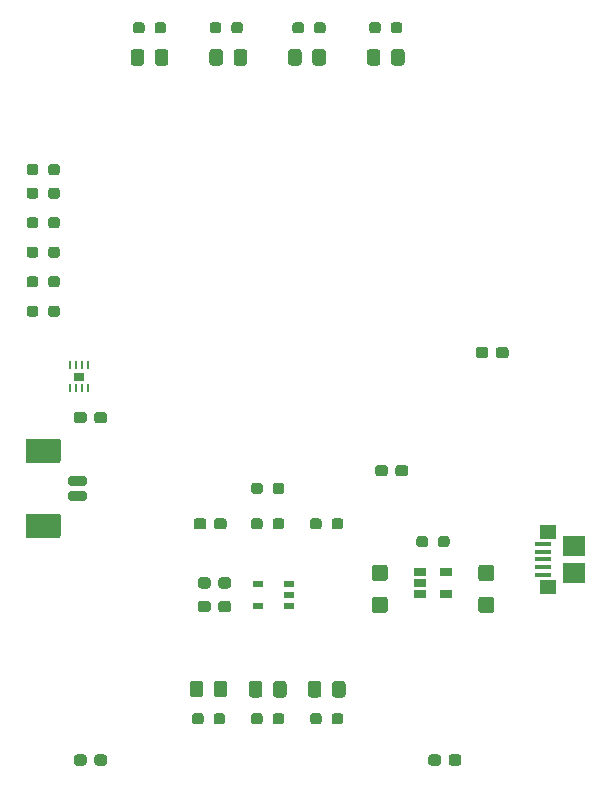
<source format=gbr>
G04 #@! TF.GenerationSoftware,KiCad,Pcbnew,(5.1.10)-1*
G04 #@! TF.CreationDate,2021-08-19T14:22:57+09:00*
G04 #@! TF.ProjectId,controller,636f6e74-726f-46c6-9c65-722e6b696361,rev?*
G04 #@! TF.SameCoordinates,Original*
G04 #@! TF.FileFunction,Paste,Top*
G04 #@! TF.FilePolarity,Positive*
%FSLAX46Y46*%
G04 Gerber Fmt 4.6, Leading zero omitted, Abs format (unit mm)*
G04 Created by KiCad (PCBNEW (5.1.10)-1) date 2021-08-19 14:22:57*
%MOMM*%
%LPD*%
G01*
G04 APERTURE LIST*
%ADD10C,0.010000*%
%ADD11R,0.270000X0.760000*%
%ADD12R,0.946899X0.508000*%
%ADD13R,1.060000X0.650000*%
%ADD14R,1.450000X1.150000*%
%ADD15R,1.900000X1.750000*%
%ADD16R,1.400000X0.400000*%
G04 APERTURE END LIST*
D10*
G36*
X11090000Y-38780000D02*
G01*
X11090000Y-38220000D01*
X11910000Y-38220000D01*
X11910000Y-38780000D01*
X11090000Y-38780000D01*
G37*
X11090000Y-38780000D02*
X11090000Y-38220000D01*
X11910000Y-38220000D01*
X11910000Y-38780000D01*
X11090000Y-38780000D01*
D11*
X10750000Y-37515000D03*
X11250000Y-37515000D03*
X11750000Y-37515000D03*
X12250000Y-37515000D03*
X12250000Y-39485000D03*
X11750000Y-39485000D03*
X11250000Y-39485000D03*
X10750000Y-39485000D03*
D12*
X26726449Y-57950001D03*
X26726449Y-56049999D03*
X29273551Y-56049999D03*
X29273551Y-57000000D03*
X29273551Y-57950001D03*
D13*
X42600000Y-55050000D03*
X42600000Y-56950000D03*
X40400000Y-56950000D03*
X40400000Y-56000000D03*
X40400000Y-55050000D03*
G36*
G01*
X8075000Y-20762500D02*
X8075000Y-21237500D01*
G75*
G02*
X7837500Y-21475000I-237500J0D01*
G01*
X7337500Y-21475000D01*
G75*
G02*
X7100000Y-21237500I0J237500D01*
G01*
X7100000Y-20762500D01*
G75*
G02*
X7337500Y-20525000I237500J0D01*
G01*
X7837500Y-20525000D01*
G75*
G02*
X8075000Y-20762500I0J-237500D01*
G01*
G37*
G36*
G01*
X9900000Y-20762500D02*
X9900000Y-21237500D01*
G75*
G02*
X9662500Y-21475000I-237500J0D01*
G01*
X9162500Y-21475000D01*
G75*
G02*
X8925000Y-21237500I0J237500D01*
G01*
X8925000Y-20762500D01*
G75*
G02*
X9162500Y-20525000I237500J0D01*
G01*
X9662500Y-20525000D01*
G75*
G02*
X9900000Y-20762500I0J-237500D01*
G01*
G37*
G36*
G01*
X8075000Y-22762500D02*
X8075000Y-23237500D01*
G75*
G02*
X7837500Y-23475000I-237500J0D01*
G01*
X7337500Y-23475000D01*
G75*
G02*
X7100000Y-23237500I0J237500D01*
G01*
X7100000Y-22762500D01*
G75*
G02*
X7337500Y-22525000I237500J0D01*
G01*
X7837500Y-22525000D01*
G75*
G02*
X8075000Y-22762500I0J-237500D01*
G01*
G37*
G36*
G01*
X9900000Y-22762500D02*
X9900000Y-23237500D01*
G75*
G02*
X9662500Y-23475000I-237500J0D01*
G01*
X9162500Y-23475000D01*
G75*
G02*
X8925000Y-23237500I0J237500D01*
G01*
X8925000Y-22762500D01*
G75*
G02*
X9162500Y-22525000I237500J0D01*
G01*
X9662500Y-22525000D01*
G75*
G02*
X9900000Y-22762500I0J-237500D01*
G01*
G37*
G36*
G01*
X8075000Y-30262500D02*
X8075000Y-30737500D01*
G75*
G02*
X7837500Y-30975000I-237500J0D01*
G01*
X7337500Y-30975000D01*
G75*
G02*
X7100000Y-30737500I0J237500D01*
G01*
X7100000Y-30262500D01*
G75*
G02*
X7337500Y-30025000I237500J0D01*
G01*
X7837500Y-30025000D01*
G75*
G02*
X8075000Y-30262500I0J-237500D01*
G01*
G37*
G36*
G01*
X9900000Y-30262500D02*
X9900000Y-30737500D01*
G75*
G02*
X9662500Y-30975000I-237500J0D01*
G01*
X9162500Y-30975000D01*
G75*
G02*
X8925000Y-30737500I0J237500D01*
G01*
X8925000Y-30262500D01*
G75*
G02*
X9162500Y-30025000I237500J0D01*
G01*
X9662500Y-30025000D01*
G75*
G02*
X9900000Y-30262500I0J-237500D01*
G01*
G37*
G36*
G01*
X8075000Y-32762500D02*
X8075000Y-33237500D01*
G75*
G02*
X7837500Y-33475000I-237500J0D01*
G01*
X7337500Y-33475000D01*
G75*
G02*
X7100000Y-33237500I0J237500D01*
G01*
X7100000Y-32762500D01*
G75*
G02*
X7337500Y-32525000I237500J0D01*
G01*
X7837500Y-32525000D01*
G75*
G02*
X8075000Y-32762500I0J-237500D01*
G01*
G37*
G36*
G01*
X9900000Y-32762500D02*
X9900000Y-33237500D01*
G75*
G02*
X9662500Y-33475000I-237500J0D01*
G01*
X9162500Y-33475000D01*
G75*
G02*
X8925000Y-33237500I0J237500D01*
G01*
X8925000Y-32762500D01*
G75*
G02*
X9162500Y-32525000I237500J0D01*
G01*
X9662500Y-32525000D01*
G75*
G02*
X9900000Y-32762500I0J-237500D01*
G01*
G37*
G36*
G01*
X32075000Y-50762500D02*
X32075000Y-51237500D01*
G75*
G02*
X31837500Y-51475000I-237500J0D01*
G01*
X31337500Y-51475000D01*
G75*
G02*
X31100000Y-51237500I0J237500D01*
G01*
X31100000Y-50762500D01*
G75*
G02*
X31337500Y-50525000I237500J0D01*
G01*
X31837500Y-50525000D01*
G75*
G02*
X32075000Y-50762500I0J-237500D01*
G01*
G37*
G36*
G01*
X33900000Y-50762500D02*
X33900000Y-51237500D01*
G75*
G02*
X33662500Y-51475000I-237500J0D01*
G01*
X33162500Y-51475000D01*
G75*
G02*
X32925000Y-51237500I0J237500D01*
G01*
X32925000Y-50762500D01*
G75*
G02*
X33162500Y-50525000I237500J0D01*
G01*
X33662500Y-50525000D01*
G75*
G02*
X33900000Y-50762500I0J-237500D01*
G01*
G37*
G36*
G01*
X8075000Y-27762500D02*
X8075000Y-28237500D01*
G75*
G02*
X7837500Y-28475000I-237500J0D01*
G01*
X7337500Y-28475000D01*
G75*
G02*
X7100000Y-28237500I0J237500D01*
G01*
X7100000Y-27762500D01*
G75*
G02*
X7337500Y-27525000I237500J0D01*
G01*
X7837500Y-27525000D01*
G75*
G02*
X8075000Y-27762500I0J-237500D01*
G01*
G37*
G36*
G01*
X9900000Y-27762500D02*
X9900000Y-28237500D01*
G75*
G02*
X9662500Y-28475000I-237500J0D01*
G01*
X9162500Y-28475000D01*
G75*
G02*
X8925000Y-28237500I0J237500D01*
G01*
X8925000Y-27762500D01*
G75*
G02*
X9162500Y-27525000I237500J0D01*
G01*
X9662500Y-27525000D01*
G75*
G02*
X9900000Y-27762500I0J-237500D01*
G01*
G37*
G36*
G01*
X8075000Y-25262500D02*
X8075000Y-25737500D01*
G75*
G02*
X7837500Y-25975000I-237500J0D01*
G01*
X7337500Y-25975000D01*
G75*
G02*
X7100000Y-25737500I0J237500D01*
G01*
X7100000Y-25262500D01*
G75*
G02*
X7337500Y-25025000I237500J0D01*
G01*
X7837500Y-25025000D01*
G75*
G02*
X8075000Y-25262500I0J-237500D01*
G01*
G37*
G36*
G01*
X9900000Y-25262500D02*
X9900000Y-25737500D01*
G75*
G02*
X9662500Y-25975000I-237500J0D01*
G01*
X9162500Y-25975000D01*
G75*
G02*
X8925000Y-25737500I0J237500D01*
G01*
X8925000Y-25262500D01*
G75*
G02*
X9162500Y-25025000I237500J0D01*
G01*
X9662500Y-25025000D01*
G75*
G02*
X9900000Y-25262500I0J-237500D01*
G01*
G37*
G36*
G01*
X27925000Y-51237500D02*
X27925000Y-50762500D01*
G75*
G02*
X28162500Y-50525000I237500J0D01*
G01*
X28662500Y-50525000D01*
G75*
G02*
X28900000Y-50762500I0J-237500D01*
G01*
X28900000Y-51237500D01*
G75*
G02*
X28662500Y-51475000I-237500J0D01*
G01*
X28162500Y-51475000D01*
G75*
G02*
X27925000Y-51237500I0J237500D01*
G01*
G37*
G36*
G01*
X26100000Y-51237500D02*
X26100000Y-50762500D01*
G75*
G02*
X26337500Y-50525000I237500J0D01*
G01*
X26837500Y-50525000D01*
G75*
G02*
X27075000Y-50762500I0J-237500D01*
G01*
X27075000Y-51237500D01*
G75*
G02*
X26837500Y-51475000I-237500J0D01*
G01*
X26337500Y-51475000D01*
G75*
G02*
X26100000Y-51237500I0J237500D01*
G01*
G37*
G36*
G01*
X27925000Y-48237500D02*
X27925000Y-47762500D01*
G75*
G02*
X28162500Y-47525000I237500J0D01*
G01*
X28662500Y-47525000D01*
G75*
G02*
X28900000Y-47762500I0J-237500D01*
G01*
X28900000Y-48237500D01*
G75*
G02*
X28662500Y-48475000I-237500J0D01*
G01*
X28162500Y-48475000D01*
G75*
G02*
X27925000Y-48237500I0J237500D01*
G01*
G37*
G36*
G01*
X26100000Y-48237500D02*
X26100000Y-47762500D01*
G75*
G02*
X26337500Y-47525000I237500J0D01*
G01*
X26837500Y-47525000D01*
G75*
G02*
X27075000Y-47762500I0J-237500D01*
G01*
X27075000Y-48237500D01*
G75*
G02*
X26837500Y-48475000I-237500J0D01*
G01*
X26337500Y-48475000D01*
G75*
G02*
X26100000Y-48237500I0J237500D01*
G01*
G37*
G36*
G01*
X37075000Y-8762500D02*
X37075000Y-9237500D01*
G75*
G02*
X36837500Y-9475000I-237500J0D01*
G01*
X36337500Y-9475000D01*
G75*
G02*
X36100000Y-9237500I0J237500D01*
G01*
X36100000Y-8762500D01*
G75*
G02*
X36337500Y-8525000I237500J0D01*
G01*
X36837500Y-8525000D01*
G75*
G02*
X37075000Y-8762500I0J-237500D01*
G01*
G37*
G36*
G01*
X38900000Y-8762500D02*
X38900000Y-9237500D01*
G75*
G02*
X38662500Y-9475000I-237500J0D01*
G01*
X38162500Y-9475000D01*
G75*
G02*
X37925000Y-9237500I0J237500D01*
G01*
X37925000Y-8762500D01*
G75*
G02*
X38162500Y-8525000I237500J0D01*
G01*
X38662500Y-8525000D01*
G75*
G02*
X38900000Y-8762500I0J-237500D01*
G01*
G37*
G36*
G01*
X30575000Y-8762500D02*
X30575000Y-9237500D01*
G75*
G02*
X30337500Y-9475000I-237500J0D01*
G01*
X29837500Y-9475000D01*
G75*
G02*
X29600000Y-9237500I0J237500D01*
G01*
X29600000Y-8762500D01*
G75*
G02*
X29837500Y-8525000I237500J0D01*
G01*
X30337500Y-8525000D01*
G75*
G02*
X30575000Y-8762500I0J-237500D01*
G01*
G37*
G36*
G01*
X32400000Y-8762500D02*
X32400000Y-9237500D01*
G75*
G02*
X32162500Y-9475000I-237500J0D01*
G01*
X31662500Y-9475000D01*
G75*
G02*
X31425000Y-9237500I0J237500D01*
G01*
X31425000Y-8762500D01*
G75*
G02*
X31662500Y-8525000I237500J0D01*
G01*
X32162500Y-8525000D01*
G75*
G02*
X32400000Y-8762500I0J-237500D01*
G01*
G37*
G36*
G01*
X23575000Y-8762500D02*
X23575000Y-9237500D01*
G75*
G02*
X23337500Y-9475000I-237500J0D01*
G01*
X22837500Y-9475000D01*
G75*
G02*
X22600000Y-9237500I0J237500D01*
G01*
X22600000Y-8762500D01*
G75*
G02*
X22837500Y-8525000I237500J0D01*
G01*
X23337500Y-8525000D01*
G75*
G02*
X23575000Y-8762500I0J-237500D01*
G01*
G37*
G36*
G01*
X25400000Y-8762500D02*
X25400000Y-9237500D01*
G75*
G02*
X25162500Y-9475000I-237500J0D01*
G01*
X24662500Y-9475000D01*
G75*
G02*
X24425000Y-9237500I0J237500D01*
G01*
X24425000Y-8762500D01*
G75*
G02*
X24662500Y-8525000I237500J0D01*
G01*
X25162500Y-8525000D01*
G75*
G02*
X25400000Y-8762500I0J-237500D01*
G01*
G37*
G36*
G01*
X17075000Y-8762500D02*
X17075000Y-9237500D01*
G75*
G02*
X16837500Y-9475000I-237500J0D01*
G01*
X16337500Y-9475000D01*
G75*
G02*
X16100000Y-9237500I0J237500D01*
G01*
X16100000Y-8762500D01*
G75*
G02*
X16337500Y-8525000I237500J0D01*
G01*
X16837500Y-8525000D01*
G75*
G02*
X17075000Y-8762500I0J-237500D01*
G01*
G37*
G36*
G01*
X18900000Y-8762500D02*
X18900000Y-9237500D01*
G75*
G02*
X18662500Y-9475000I-237500J0D01*
G01*
X18162500Y-9475000D01*
G75*
G02*
X17925000Y-9237500I0J237500D01*
G01*
X17925000Y-8762500D01*
G75*
G02*
X18162500Y-8525000I237500J0D01*
G01*
X18662500Y-8525000D01*
G75*
G02*
X18900000Y-8762500I0J-237500D01*
G01*
G37*
G36*
G01*
X27075000Y-67262500D02*
X27075000Y-67737500D01*
G75*
G02*
X26837500Y-67975000I-237500J0D01*
G01*
X26337500Y-67975000D01*
G75*
G02*
X26100000Y-67737500I0J237500D01*
G01*
X26100000Y-67262500D01*
G75*
G02*
X26337500Y-67025000I237500J0D01*
G01*
X26837500Y-67025000D01*
G75*
G02*
X27075000Y-67262500I0J-237500D01*
G01*
G37*
G36*
G01*
X28900000Y-67262500D02*
X28900000Y-67737500D01*
G75*
G02*
X28662500Y-67975000I-237500J0D01*
G01*
X28162500Y-67975000D01*
G75*
G02*
X27925000Y-67737500I0J237500D01*
G01*
X27925000Y-67262500D01*
G75*
G02*
X28162500Y-67025000I237500J0D01*
G01*
X28662500Y-67025000D01*
G75*
G02*
X28900000Y-67262500I0J-237500D01*
G01*
G37*
G36*
G01*
X22075000Y-67262500D02*
X22075000Y-67737500D01*
G75*
G02*
X21837500Y-67975000I-237500J0D01*
G01*
X21337500Y-67975000D01*
G75*
G02*
X21100000Y-67737500I0J237500D01*
G01*
X21100000Y-67262500D01*
G75*
G02*
X21337500Y-67025000I237500J0D01*
G01*
X21837500Y-67025000D01*
G75*
G02*
X22075000Y-67262500I0J-237500D01*
G01*
G37*
G36*
G01*
X23900000Y-67262500D02*
X23900000Y-67737500D01*
G75*
G02*
X23662500Y-67975000I-237500J0D01*
G01*
X23162500Y-67975000D01*
G75*
G02*
X22925000Y-67737500I0J237500D01*
G01*
X22925000Y-67262500D01*
G75*
G02*
X23162500Y-67025000I237500J0D01*
G01*
X23662500Y-67025000D01*
G75*
G02*
X23900000Y-67262500I0J-237500D01*
G01*
G37*
G36*
G01*
X32075000Y-67262500D02*
X32075000Y-67737500D01*
G75*
G02*
X31837500Y-67975000I-237500J0D01*
G01*
X31337500Y-67975000D01*
G75*
G02*
X31100000Y-67737500I0J237500D01*
G01*
X31100000Y-67262500D01*
G75*
G02*
X31337500Y-67025000I237500J0D01*
G01*
X31837500Y-67025000D01*
G75*
G02*
X32075000Y-67262500I0J-237500D01*
G01*
G37*
G36*
G01*
X33900000Y-67262500D02*
X33900000Y-67737500D01*
G75*
G02*
X33662500Y-67975000I-237500J0D01*
G01*
X33162500Y-67975000D01*
G75*
G02*
X32925000Y-67737500I0J237500D01*
G01*
X32925000Y-67262500D01*
G75*
G02*
X33162500Y-67025000I237500J0D01*
G01*
X33662500Y-67025000D01*
G75*
G02*
X33900000Y-67262500I0J-237500D01*
G01*
G37*
G36*
G01*
X41075000Y-52262500D02*
X41075000Y-52737500D01*
G75*
G02*
X40837500Y-52975000I-237500J0D01*
G01*
X40337500Y-52975000D01*
G75*
G02*
X40100000Y-52737500I0J237500D01*
G01*
X40100000Y-52262500D01*
G75*
G02*
X40337500Y-52025000I237500J0D01*
G01*
X40837500Y-52025000D01*
G75*
G02*
X41075000Y-52262500I0J-237500D01*
G01*
G37*
G36*
G01*
X42900000Y-52262500D02*
X42900000Y-52737500D01*
G75*
G02*
X42662500Y-52975000I-237500J0D01*
G01*
X42162500Y-52975000D01*
G75*
G02*
X41925000Y-52737500I0J237500D01*
G01*
X41925000Y-52262500D01*
G75*
G02*
X42162500Y-52025000I237500J0D01*
G01*
X42662500Y-52025000D01*
G75*
G02*
X42900000Y-52262500I0J-237500D01*
G01*
G37*
D14*
X51220000Y-56320000D03*
X51220000Y-51680000D03*
D15*
X53450000Y-55125000D03*
D16*
X50800000Y-54000000D03*
X50800000Y-53350000D03*
X50800000Y-52700000D03*
X50800000Y-55300000D03*
X50800000Y-54650000D03*
D15*
X53450000Y-52875000D03*
G36*
G01*
X7249999Y-50125000D02*
X9750001Y-50125000D01*
G75*
G02*
X10000000Y-50374999I0J-249999D01*
G01*
X10000000Y-51975001D01*
G75*
G02*
X9750001Y-52225000I-249999J0D01*
G01*
X7249999Y-52225000D01*
G75*
G02*
X7000000Y-51975001I0J249999D01*
G01*
X7000000Y-50374999D01*
G75*
G02*
X7249999Y-50125000I249999J0D01*
G01*
G37*
G36*
G01*
X7249999Y-43775000D02*
X9750001Y-43775000D01*
G75*
G02*
X10000000Y-44024999I0J-249999D01*
G01*
X10000000Y-45625001D01*
G75*
G02*
X9750001Y-45875000I-249999J0D01*
G01*
X7249999Y-45875000D01*
G75*
G02*
X7000000Y-45625001I0J249999D01*
G01*
X7000000Y-44024999D01*
G75*
G02*
X7249999Y-43775000I249999J0D01*
G01*
G37*
G36*
G01*
X10800000Y-48225000D02*
X12000000Y-48225000D01*
G75*
G02*
X12200000Y-48425000I0J-200000D01*
G01*
X12200000Y-48825000D01*
G75*
G02*
X12000000Y-49025000I-200000J0D01*
G01*
X10800000Y-49025000D01*
G75*
G02*
X10600000Y-48825000I0J200000D01*
G01*
X10600000Y-48425000D01*
G75*
G02*
X10800000Y-48225000I200000J0D01*
G01*
G37*
G36*
G01*
X10800000Y-46975000D02*
X12000000Y-46975000D01*
G75*
G02*
X12200000Y-47175000I0J-200000D01*
G01*
X12200000Y-47575000D01*
G75*
G02*
X12000000Y-47775000I-200000J0D01*
G01*
X10800000Y-47775000D01*
G75*
G02*
X10600000Y-47575000I0J200000D01*
G01*
X10600000Y-47175000D01*
G75*
G02*
X10800000Y-46975000I200000J0D01*
G01*
G37*
G36*
G01*
X32050000Y-64549999D02*
X32050000Y-65450001D01*
G75*
G02*
X31800001Y-65700000I-249999J0D01*
G01*
X31149999Y-65700000D01*
G75*
G02*
X30900000Y-65450001I0J249999D01*
G01*
X30900000Y-64549999D01*
G75*
G02*
X31149999Y-64300000I249999J0D01*
G01*
X31800001Y-64300000D01*
G75*
G02*
X32050000Y-64549999I0J-249999D01*
G01*
G37*
G36*
G01*
X34100000Y-64549999D02*
X34100000Y-65450001D01*
G75*
G02*
X33850001Y-65700000I-249999J0D01*
G01*
X33199999Y-65700000D01*
G75*
G02*
X32950000Y-65450001I0J249999D01*
G01*
X32950000Y-64549999D01*
G75*
G02*
X33199999Y-64300000I249999J0D01*
G01*
X33850001Y-64300000D01*
G75*
G02*
X34100000Y-64549999I0J-249999D01*
G01*
G37*
G36*
G01*
X37050000Y-11049999D02*
X37050000Y-11950001D01*
G75*
G02*
X36800001Y-12200000I-249999J0D01*
G01*
X36149999Y-12200000D01*
G75*
G02*
X35900000Y-11950001I0J249999D01*
G01*
X35900000Y-11049999D01*
G75*
G02*
X36149999Y-10800000I249999J0D01*
G01*
X36800001Y-10800000D01*
G75*
G02*
X37050000Y-11049999I0J-249999D01*
G01*
G37*
G36*
G01*
X39100000Y-11049999D02*
X39100000Y-11950001D01*
G75*
G02*
X38850001Y-12200000I-249999J0D01*
G01*
X38199999Y-12200000D01*
G75*
G02*
X37950000Y-11950001I0J249999D01*
G01*
X37950000Y-11049999D01*
G75*
G02*
X38199999Y-10800000I249999J0D01*
G01*
X38850001Y-10800000D01*
G75*
G02*
X39100000Y-11049999I0J-249999D01*
G01*
G37*
G36*
G01*
X30380000Y-11049999D02*
X30380000Y-11950001D01*
G75*
G02*
X30130001Y-12200000I-249999J0D01*
G01*
X29479999Y-12200000D01*
G75*
G02*
X29230000Y-11950001I0J249999D01*
G01*
X29230000Y-11049999D01*
G75*
G02*
X29479999Y-10800000I249999J0D01*
G01*
X30130001Y-10800000D01*
G75*
G02*
X30380000Y-11049999I0J-249999D01*
G01*
G37*
G36*
G01*
X32430000Y-11049999D02*
X32430000Y-11950001D01*
G75*
G02*
X32180001Y-12200000I-249999J0D01*
G01*
X31529999Y-12200000D01*
G75*
G02*
X31280000Y-11950001I0J249999D01*
G01*
X31280000Y-11049999D01*
G75*
G02*
X31529999Y-10800000I249999J0D01*
G01*
X32180001Y-10800000D01*
G75*
G02*
X32430000Y-11049999I0J-249999D01*
G01*
G37*
G36*
G01*
X23720000Y-11049999D02*
X23720000Y-11950001D01*
G75*
G02*
X23470001Y-12200000I-249999J0D01*
G01*
X22819999Y-12200000D01*
G75*
G02*
X22570000Y-11950001I0J249999D01*
G01*
X22570000Y-11049999D01*
G75*
G02*
X22819999Y-10800000I249999J0D01*
G01*
X23470001Y-10800000D01*
G75*
G02*
X23720000Y-11049999I0J-249999D01*
G01*
G37*
G36*
G01*
X25770000Y-11049999D02*
X25770000Y-11950001D01*
G75*
G02*
X25520001Y-12200000I-249999J0D01*
G01*
X24869999Y-12200000D01*
G75*
G02*
X24620000Y-11950001I0J249999D01*
G01*
X24620000Y-11049999D01*
G75*
G02*
X24869999Y-10800000I249999J0D01*
G01*
X25520001Y-10800000D01*
G75*
G02*
X25770000Y-11049999I0J-249999D01*
G01*
G37*
G36*
G01*
X17050000Y-11049999D02*
X17050000Y-11950001D01*
G75*
G02*
X16800001Y-12200000I-249999J0D01*
G01*
X16149999Y-12200000D01*
G75*
G02*
X15900000Y-11950001I0J249999D01*
G01*
X15900000Y-11049999D01*
G75*
G02*
X16149999Y-10800000I249999J0D01*
G01*
X16800001Y-10800000D01*
G75*
G02*
X17050000Y-11049999I0J-249999D01*
G01*
G37*
G36*
G01*
X19100000Y-11049999D02*
X19100000Y-11950001D01*
G75*
G02*
X18850001Y-12200000I-249999J0D01*
G01*
X18199999Y-12200000D01*
G75*
G02*
X17950000Y-11950001I0J249999D01*
G01*
X17950000Y-11049999D01*
G75*
G02*
X18199999Y-10800000I249999J0D01*
G01*
X18850001Y-10800000D01*
G75*
G02*
X19100000Y-11049999I0J-249999D01*
G01*
G37*
G36*
G01*
X27050000Y-64549999D02*
X27050000Y-65450001D01*
G75*
G02*
X26800001Y-65700000I-249999J0D01*
G01*
X26149999Y-65700000D01*
G75*
G02*
X25900000Y-65450001I0J249999D01*
G01*
X25900000Y-64549999D01*
G75*
G02*
X26149999Y-64300000I249999J0D01*
G01*
X26800001Y-64300000D01*
G75*
G02*
X27050000Y-64549999I0J-249999D01*
G01*
G37*
G36*
G01*
X29100000Y-64549999D02*
X29100000Y-65450001D01*
G75*
G02*
X28850001Y-65700000I-249999J0D01*
G01*
X28199999Y-65700000D01*
G75*
G02*
X27950000Y-65450001I0J249999D01*
G01*
X27950000Y-64549999D01*
G75*
G02*
X28199999Y-64300000I249999J0D01*
G01*
X28850001Y-64300000D01*
G75*
G02*
X29100000Y-64549999I0J-249999D01*
G01*
G37*
G36*
G01*
X22050000Y-64524999D02*
X22050000Y-65425001D01*
G75*
G02*
X21800001Y-65675000I-249999J0D01*
G01*
X21149999Y-65675000D01*
G75*
G02*
X20900000Y-65425001I0J249999D01*
G01*
X20900000Y-64524999D01*
G75*
G02*
X21149999Y-64275000I249999J0D01*
G01*
X21800001Y-64275000D01*
G75*
G02*
X22050000Y-64524999I0J-249999D01*
G01*
G37*
G36*
G01*
X24100000Y-64524999D02*
X24100000Y-65425001D01*
G75*
G02*
X23850001Y-65675000I-249999J0D01*
G01*
X23199999Y-65675000D01*
G75*
G02*
X22950000Y-65425001I0J249999D01*
G01*
X22950000Y-64524999D01*
G75*
G02*
X23199999Y-64275000I249999J0D01*
G01*
X23850001Y-64275000D01*
G75*
G02*
X24100000Y-64524999I0J-249999D01*
G01*
G37*
G36*
G01*
X12825000Y-42237500D02*
X12825000Y-41762500D01*
G75*
G02*
X13062500Y-41525000I237500J0D01*
G01*
X13662500Y-41525000D01*
G75*
G02*
X13900000Y-41762500I0J-237500D01*
G01*
X13900000Y-42237500D01*
G75*
G02*
X13662500Y-42475000I-237500J0D01*
G01*
X13062500Y-42475000D01*
G75*
G02*
X12825000Y-42237500I0J237500D01*
G01*
G37*
G36*
G01*
X11100000Y-42237500D02*
X11100000Y-41762500D01*
G75*
G02*
X11337500Y-41525000I237500J0D01*
G01*
X11937500Y-41525000D01*
G75*
G02*
X12175000Y-41762500I0J-237500D01*
G01*
X12175000Y-42237500D01*
G75*
G02*
X11937500Y-42475000I-237500J0D01*
G01*
X11337500Y-42475000D01*
G75*
G02*
X11100000Y-42237500I0J237500D01*
G01*
G37*
G36*
G01*
X12825000Y-71237500D02*
X12825000Y-70762500D01*
G75*
G02*
X13062500Y-70525000I237500J0D01*
G01*
X13662500Y-70525000D01*
G75*
G02*
X13900000Y-70762500I0J-237500D01*
G01*
X13900000Y-71237500D01*
G75*
G02*
X13662500Y-71475000I-237500J0D01*
G01*
X13062500Y-71475000D01*
G75*
G02*
X12825000Y-71237500I0J237500D01*
G01*
G37*
G36*
G01*
X11100000Y-71237500D02*
X11100000Y-70762500D01*
G75*
G02*
X11337500Y-70525000I237500J0D01*
G01*
X11937500Y-70525000D01*
G75*
G02*
X12175000Y-70762500I0J-237500D01*
G01*
X12175000Y-71237500D01*
G75*
G02*
X11937500Y-71475000I-237500J0D01*
G01*
X11337500Y-71475000D01*
G75*
G02*
X11100000Y-71237500I0J237500D01*
G01*
G37*
G36*
G01*
X42825000Y-71237500D02*
X42825000Y-70762500D01*
G75*
G02*
X43062500Y-70525000I237500J0D01*
G01*
X43662500Y-70525000D01*
G75*
G02*
X43900000Y-70762500I0J-237500D01*
G01*
X43900000Y-71237500D01*
G75*
G02*
X43662500Y-71475000I-237500J0D01*
G01*
X43062500Y-71475000D01*
G75*
G02*
X42825000Y-71237500I0J237500D01*
G01*
G37*
G36*
G01*
X41100000Y-71237500D02*
X41100000Y-70762500D01*
G75*
G02*
X41337500Y-70525000I237500J0D01*
G01*
X41937500Y-70525000D01*
G75*
G02*
X42175000Y-70762500I0J-237500D01*
G01*
X42175000Y-71237500D01*
G75*
G02*
X41937500Y-71475000I-237500J0D01*
G01*
X41337500Y-71475000D01*
G75*
G02*
X41100000Y-71237500I0J237500D01*
G01*
G37*
G36*
G01*
X38325000Y-46737500D02*
X38325000Y-46262500D01*
G75*
G02*
X38562500Y-46025000I237500J0D01*
G01*
X39162500Y-46025000D01*
G75*
G02*
X39400000Y-46262500I0J-237500D01*
G01*
X39400000Y-46737500D01*
G75*
G02*
X39162500Y-46975000I-237500J0D01*
G01*
X38562500Y-46975000D01*
G75*
G02*
X38325000Y-46737500I0J237500D01*
G01*
G37*
G36*
G01*
X36600000Y-46737500D02*
X36600000Y-46262500D01*
G75*
G02*
X36837500Y-46025000I237500J0D01*
G01*
X37437500Y-46025000D01*
G75*
G02*
X37675000Y-46262500I0J-237500D01*
G01*
X37675000Y-46737500D01*
G75*
G02*
X37437500Y-46975000I-237500J0D01*
G01*
X36837500Y-46975000D01*
G75*
G02*
X36600000Y-46737500I0J237500D01*
G01*
G37*
G36*
G01*
X22312500Y-50762500D02*
X22312500Y-51237500D01*
G75*
G02*
X22075000Y-51475000I-237500J0D01*
G01*
X21475000Y-51475000D01*
G75*
G02*
X21237500Y-51237500I0J237500D01*
G01*
X21237500Y-50762500D01*
G75*
G02*
X21475000Y-50525000I237500J0D01*
G01*
X22075000Y-50525000D01*
G75*
G02*
X22312500Y-50762500I0J-237500D01*
G01*
G37*
G36*
G01*
X24037500Y-50762500D02*
X24037500Y-51237500D01*
G75*
G02*
X23800000Y-51475000I-237500J0D01*
G01*
X23200000Y-51475000D01*
G75*
G02*
X22962500Y-51237500I0J237500D01*
G01*
X22962500Y-50762500D01*
G75*
G02*
X23200000Y-50525000I237500J0D01*
G01*
X23800000Y-50525000D01*
G75*
G02*
X24037500Y-50762500I0J-237500D01*
G01*
G37*
G36*
G01*
X22675000Y-57762500D02*
X22675000Y-58237500D01*
G75*
G02*
X22437500Y-58475000I-237500J0D01*
G01*
X21837500Y-58475000D01*
G75*
G02*
X21600000Y-58237500I0J237500D01*
G01*
X21600000Y-57762500D01*
G75*
G02*
X21837500Y-57525000I237500J0D01*
G01*
X22437500Y-57525000D01*
G75*
G02*
X22675000Y-57762500I0J-237500D01*
G01*
G37*
G36*
G01*
X24400000Y-57762500D02*
X24400000Y-58237500D01*
G75*
G02*
X24162500Y-58475000I-237500J0D01*
G01*
X23562500Y-58475000D01*
G75*
G02*
X23325000Y-58237500I0J237500D01*
G01*
X23325000Y-57762500D01*
G75*
G02*
X23562500Y-57525000I237500J0D01*
G01*
X24162500Y-57525000D01*
G75*
G02*
X24400000Y-57762500I0J-237500D01*
G01*
G37*
G36*
G01*
X22675000Y-55762500D02*
X22675000Y-56237500D01*
G75*
G02*
X22437500Y-56475000I-237500J0D01*
G01*
X21837500Y-56475000D01*
G75*
G02*
X21600000Y-56237500I0J237500D01*
G01*
X21600000Y-55762500D01*
G75*
G02*
X21837500Y-55525000I237500J0D01*
G01*
X22437500Y-55525000D01*
G75*
G02*
X22675000Y-55762500I0J-237500D01*
G01*
G37*
G36*
G01*
X24400000Y-55762500D02*
X24400000Y-56237500D01*
G75*
G02*
X24162500Y-56475000I-237500J0D01*
G01*
X23562500Y-56475000D01*
G75*
G02*
X23325000Y-56237500I0J237500D01*
G01*
X23325000Y-55762500D01*
G75*
G02*
X23562500Y-55525000I237500J0D01*
G01*
X24162500Y-55525000D01*
G75*
G02*
X24400000Y-55762500I0J-237500D01*
G01*
G37*
G36*
G01*
X46175000Y-36262500D02*
X46175000Y-36737500D01*
G75*
G02*
X45937500Y-36975000I-237500J0D01*
G01*
X45337500Y-36975000D01*
G75*
G02*
X45100000Y-36737500I0J237500D01*
G01*
X45100000Y-36262500D01*
G75*
G02*
X45337500Y-36025000I237500J0D01*
G01*
X45937500Y-36025000D01*
G75*
G02*
X46175000Y-36262500I0J-237500D01*
G01*
G37*
G36*
G01*
X47900000Y-36262500D02*
X47900000Y-36737500D01*
G75*
G02*
X47662500Y-36975000I-237500J0D01*
G01*
X47062500Y-36975000D01*
G75*
G02*
X46825000Y-36737500I0J237500D01*
G01*
X46825000Y-36262500D01*
G75*
G02*
X47062500Y-36025000I237500J0D01*
G01*
X47662500Y-36025000D01*
G75*
G02*
X47900000Y-36262500I0J-237500D01*
G01*
G37*
G36*
G01*
X36574999Y-57150000D02*
X37425001Y-57150000D01*
G75*
G02*
X37675000Y-57399999I0J-249999D01*
G01*
X37675000Y-58300001D01*
G75*
G02*
X37425001Y-58550000I-249999J0D01*
G01*
X36574999Y-58550000D01*
G75*
G02*
X36325000Y-58300001I0J249999D01*
G01*
X36325000Y-57399999D01*
G75*
G02*
X36574999Y-57150000I249999J0D01*
G01*
G37*
G36*
G01*
X36574999Y-54450000D02*
X37425001Y-54450000D01*
G75*
G02*
X37675000Y-54699999I0J-249999D01*
G01*
X37675000Y-55600001D01*
G75*
G02*
X37425001Y-55850000I-249999J0D01*
G01*
X36574999Y-55850000D01*
G75*
G02*
X36325000Y-55600001I0J249999D01*
G01*
X36325000Y-54699999D01*
G75*
G02*
X36574999Y-54450000I249999J0D01*
G01*
G37*
G36*
G01*
X45574999Y-57150000D02*
X46425001Y-57150000D01*
G75*
G02*
X46675000Y-57399999I0J-249999D01*
G01*
X46675000Y-58300001D01*
G75*
G02*
X46425001Y-58550000I-249999J0D01*
G01*
X45574999Y-58550000D01*
G75*
G02*
X45325000Y-58300001I0J249999D01*
G01*
X45325000Y-57399999D01*
G75*
G02*
X45574999Y-57150000I249999J0D01*
G01*
G37*
G36*
G01*
X45574999Y-54450000D02*
X46425001Y-54450000D01*
G75*
G02*
X46675000Y-54699999I0J-249999D01*
G01*
X46675000Y-55600001D01*
G75*
G02*
X46425001Y-55850000I-249999J0D01*
G01*
X45574999Y-55850000D01*
G75*
G02*
X45325000Y-55600001I0J249999D01*
G01*
X45325000Y-54699999D01*
G75*
G02*
X45574999Y-54450000I249999J0D01*
G01*
G37*
M02*

</source>
